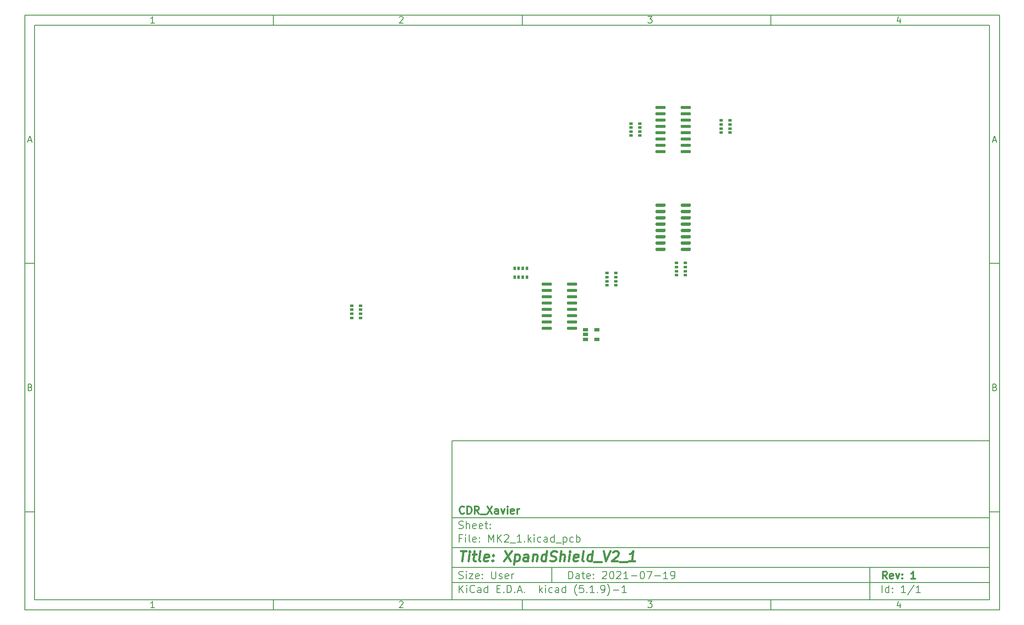
<source format=gbr>
%TF.GenerationSoftware,KiCad,Pcbnew,(5.1.9)-1*%
%TF.CreationDate,2021-08-02T11:53:33-04:00*%
%TF.ProjectId,MK2_1,4d4b325f-312e-46b6-9963-61645f706362,1*%
%TF.SameCoordinates,Original*%
%TF.FileFunction,Soldermask,Top*%
%TF.FilePolarity,Negative*%
%FSLAX45Y45*%
G04 Gerber Fmt 4.5, Leading zero omitted, Abs format (unit mm)*
G04 Created by KiCad (PCBNEW (5.1.9)-1) date 2021-08-02 11:53:33*
%MOMM*%
%LPD*%
G01*
G04 APERTURE LIST*
%ADD10C,0.127000*%
%ADD11C,0.150000*%
%ADD12C,0.300000*%
%ADD13C,0.400000*%
%ADD14R,1.016000X0.635000*%
%ADD15R,0.762000X0.508000*%
%ADD16R,0.508000X0.762000*%
G04 APERTURE END LIST*
D10*
D11*
X9590000Y-9570000D02*
X9590000Y-12770000D01*
X20390000Y-12770000D01*
X20390000Y-9570000D01*
X9590000Y-9570000D01*
D10*
D11*
X1000000Y-1000000D02*
X1000000Y-12970000D01*
X20590000Y-12970000D01*
X20590000Y-1000000D01*
X1000000Y-1000000D01*
D10*
D11*
X1200000Y-1200000D02*
X1200000Y-12770000D01*
X20390000Y-12770000D01*
X20390000Y-1200000D01*
X1200000Y-1200000D01*
D10*
D11*
X6000000Y-1200000D02*
X6000000Y-1000000D01*
D10*
D11*
X11000000Y-1200000D02*
X11000000Y-1000000D01*
D10*
D11*
X16000000Y-1200000D02*
X16000000Y-1000000D01*
D10*
D11*
X3606548Y-1158810D02*
X3532262Y-1158810D01*
X3569405Y-1158810D02*
X3569405Y-1028809D01*
X3557024Y-1047381D01*
X3544643Y-1059762D01*
X3532262Y-1065952D01*
D10*
D11*
X8532262Y-1041190D02*
X8538452Y-1035000D01*
X8550833Y-1028809D01*
X8581786Y-1028809D01*
X8594167Y-1035000D01*
X8600357Y-1041190D01*
X8606548Y-1053571D01*
X8606548Y-1065952D01*
X8600357Y-1084524D01*
X8526071Y-1158810D01*
X8606548Y-1158810D01*
D10*
D11*
X13526071Y-1028809D02*
X13606548Y-1028809D01*
X13563214Y-1078333D01*
X13581786Y-1078333D01*
X13594167Y-1084524D01*
X13600357Y-1090714D01*
X13606548Y-1103095D01*
X13606548Y-1134048D01*
X13600357Y-1146429D01*
X13594167Y-1152619D01*
X13581786Y-1158810D01*
X13544643Y-1158810D01*
X13532262Y-1152619D01*
X13526071Y-1146429D01*
D10*
D11*
X18594167Y-1072143D02*
X18594167Y-1158810D01*
X18563214Y-1022619D02*
X18532262Y-1115476D01*
X18612738Y-1115476D01*
D10*
D11*
X6000000Y-12770000D02*
X6000000Y-12970000D01*
D10*
D11*
X11000000Y-12770000D02*
X11000000Y-12970000D01*
D10*
D11*
X16000000Y-12770000D02*
X16000000Y-12970000D01*
D10*
D11*
X3606548Y-12928809D02*
X3532262Y-12928809D01*
X3569405Y-12928809D02*
X3569405Y-12798809D01*
X3557024Y-12817381D01*
X3544643Y-12829762D01*
X3532262Y-12835952D01*
D10*
D11*
X8532262Y-12811190D02*
X8538452Y-12805000D01*
X8550833Y-12798809D01*
X8581786Y-12798809D01*
X8594167Y-12805000D01*
X8600357Y-12811190D01*
X8606548Y-12823571D01*
X8606548Y-12835952D01*
X8600357Y-12854524D01*
X8526071Y-12928809D01*
X8606548Y-12928809D01*
D10*
D11*
X13526071Y-12798809D02*
X13606548Y-12798809D01*
X13563214Y-12848333D01*
X13581786Y-12848333D01*
X13594167Y-12854524D01*
X13600357Y-12860714D01*
X13606548Y-12873095D01*
X13606548Y-12904048D01*
X13600357Y-12916428D01*
X13594167Y-12922619D01*
X13581786Y-12928809D01*
X13544643Y-12928809D01*
X13532262Y-12922619D01*
X13526071Y-12916428D01*
D10*
D11*
X18594167Y-12842143D02*
X18594167Y-12928809D01*
X18563214Y-12792619D02*
X18532262Y-12885476D01*
X18612738Y-12885476D01*
D10*
D11*
X1000000Y-6000000D02*
X1200000Y-6000000D01*
D10*
D11*
X1000000Y-11000000D02*
X1200000Y-11000000D01*
D10*
D11*
X1069048Y-3521667D02*
X1130952Y-3521667D01*
X1056667Y-3558809D02*
X1100000Y-3428809D01*
X1143333Y-3558809D01*
D10*
D11*
X1109286Y-8490714D02*
X1127857Y-8496905D01*
X1134048Y-8503095D01*
X1140238Y-8515476D01*
X1140238Y-8534048D01*
X1134048Y-8546429D01*
X1127857Y-8552619D01*
X1115476Y-8558810D01*
X1065952Y-8558810D01*
X1065952Y-8428810D01*
X1109286Y-8428810D01*
X1121667Y-8435000D01*
X1127857Y-8441190D01*
X1134048Y-8453571D01*
X1134048Y-8465952D01*
X1127857Y-8478333D01*
X1121667Y-8484524D01*
X1109286Y-8490714D01*
X1065952Y-8490714D01*
D10*
D11*
X20590000Y-6000000D02*
X20390000Y-6000000D01*
D10*
D11*
X20590000Y-11000000D02*
X20390000Y-11000000D01*
D10*
D11*
X20459048Y-3521667D02*
X20520952Y-3521667D01*
X20446667Y-3558809D02*
X20490000Y-3428809D01*
X20533333Y-3558809D01*
D10*
D11*
X20499286Y-8490714D02*
X20517857Y-8496905D01*
X20524048Y-8503095D01*
X20530238Y-8515476D01*
X20530238Y-8534048D01*
X20524048Y-8546429D01*
X20517857Y-8552619D01*
X20505476Y-8558810D01*
X20455952Y-8558810D01*
X20455952Y-8428810D01*
X20499286Y-8428810D01*
X20511667Y-8435000D01*
X20517857Y-8441190D01*
X20524048Y-8453571D01*
X20524048Y-8465952D01*
X20517857Y-8478333D01*
X20511667Y-8484524D01*
X20499286Y-8490714D01*
X20455952Y-8490714D01*
D10*
D11*
X11933214Y-12347857D02*
X11933214Y-12197857D01*
X11968928Y-12197857D01*
X11990357Y-12205000D01*
X12004643Y-12219286D01*
X12011786Y-12233571D01*
X12018928Y-12262143D01*
X12018928Y-12283571D01*
X12011786Y-12312143D01*
X12004643Y-12326428D01*
X11990357Y-12340714D01*
X11968928Y-12347857D01*
X11933214Y-12347857D01*
X12147500Y-12347857D02*
X12147500Y-12269286D01*
X12140357Y-12255000D01*
X12126071Y-12247857D01*
X12097500Y-12247857D01*
X12083214Y-12255000D01*
X12147500Y-12340714D02*
X12133214Y-12347857D01*
X12097500Y-12347857D01*
X12083214Y-12340714D01*
X12076071Y-12326428D01*
X12076071Y-12312143D01*
X12083214Y-12297857D01*
X12097500Y-12290714D01*
X12133214Y-12290714D01*
X12147500Y-12283571D01*
X12197500Y-12247857D02*
X12254643Y-12247857D01*
X12218928Y-12197857D02*
X12218928Y-12326428D01*
X12226071Y-12340714D01*
X12240357Y-12347857D01*
X12254643Y-12347857D01*
X12361786Y-12340714D02*
X12347500Y-12347857D01*
X12318928Y-12347857D01*
X12304643Y-12340714D01*
X12297500Y-12326428D01*
X12297500Y-12269286D01*
X12304643Y-12255000D01*
X12318928Y-12247857D01*
X12347500Y-12247857D01*
X12361786Y-12255000D01*
X12368928Y-12269286D01*
X12368928Y-12283571D01*
X12297500Y-12297857D01*
X12433214Y-12333571D02*
X12440357Y-12340714D01*
X12433214Y-12347857D01*
X12426071Y-12340714D01*
X12433214Y-12333571D01*
X12433214Y-12347857D01*
X12433214Y-12255000D02*
X12440357Y-12262143D01*
X12433214Y-12269286D01*
X12426071Y-12262143D01*
X12433214Y-12255000D01*
X12433214Y-12269286D01*
X12611786Y-12212143D02*
X12618928Y-12205000D01*
X12633214Y-12197857D01*
X12668928Y-12197857D01*
X12683214Y-12205000D01*
X12690357Y-12212143D01*
X12697500Y-12226428D01*
X12697500Y-12240714D01*
X12690357Y-12262143D01*
X12604643Y-12347857D01*
X12697500Y-12347857D01*
X12790357Y-12197857D02*
X12804643Y-12197857D01*
X12818928Y-12205000D01*
X12826071Y-12212143D01*
X12833214Y-12226428D01*
X12840357Y-12255000D01*
X12840357Y-12290714D01*
X12833214Y-12319286D01*
X12826071Y-12333571D01*
X12818928Y-12340714D01*
X12804643Y-12347857D01*
X12790357Y-12347857D01*
X12776071Y-12340714D01*
X12768928Y-12333571D01*
X12761786Y-12319286D01*
X12754643Y-12290714D01*
X12754643Y-12255000D01*
X12761786Y-12226428D01*
X12768928Y-12212143D01*
X12776071Y-12205000D01*
X12790357Y-12197857D01*
X12897500Y-12212143D02*
X12904643Y-12205000D01*
X12918928Y-12197857D01*
X12954643Y-12197857D01*
X12968928Y-12205000D01*
X12976071Y-12212143D01*
X12983214Y-12226428D01*
X12983214Y-12240714D01*
X12976071Y-12262143D01*
X12890357Y-12347857D01*
X12983214Y-12347857D01*
X13126071Y-12347857D02*
X13040357Y-12347857D01*
X13083214Y-12347857D02*
X13083214Y-12197857D01*
X13068928Y-12219286D01*
X13054643Y-12233571D01*
X13040357Y-12240714D01*
X13190357Y-12290714D02*
X13304643Y-12290714D01*
X13404643Y-12197857D02*
X13418928Y-12197857D01*
X13433214Y-12205000D01*
X13440357Y-12212143D01*
X13447500Y-12226428D01*
X13454643Y-12255000D01*
X13454643Y-12290714D01*
X13447500Y-12319286D01*
X13440357Y-12333571D01*
X13433214Y-12340714D01*
X13418928Y-12347857D01*
X13404643Y-12347857D01*
X13390357Y-12340714D01*
X13383214Y-12333571D01*
X13376071Y-12319286D01*
X13368928Y-12290714D01*
X13368928Y-12255000D01*
X13376071Y-12226428D01*
X13383214Y-12212143D01*
X13390357Y-12205000D01*
X13404643Y-12197857D01*
X13504643Y-12197857D02*
X13604643Y-12197857D01*
X13540357Y-12347857D01*
X13661786Y-12290714D02*
X13776071Y-12290714D01*
X13926071Y-12347857D02*
X13840357Y-12347857D01*
X13883214Y-12347857D02*
X13883214Y-12197857D01*
X13868928Y-12219286D01*
X13854643Y-12233571D01*
X13840357Y-12240714D01*
X13997500Y-12347857D02*
X14026071Y-12347857D01*
X14040357Y-12340714D01*
X14047500Y-12333571D01*
X14061786Y-12312143D01*
X14068928Y-12283571D01*
X14068928Y-12226428D01*
X14061786Y-12212143D01*
X14054643Y-12205000D01*
X14040357Y-12197857D01*
X14011786Y-12197857D01*
X13997500Y-12205000D01*
X13990357Y-12212143D01*
X13983214Y-12226428D01*
X13983214Y-12262143D01*
X13990357Y-12276428D01*
X13997500Y-12283571D01*
X14011786Y-12290714D01*
X14040357Y-12290714D01*
X14054643Y-12283571D01*
X14061786Y-12276428D01*
X14068928Y-12262143D01*
D10*
D11*
X9590000Y-12420000D02*
X20390000Y-12420000D01*
D10*
D11*
X9733214Y-12627857D02*
X9733214Y-12477857D01*
X9818929Y-12627857D02*
X9754643Y-12542143D01*
X9818929Y-12477857D02*
X9733214Y-12563571D01*
X9883214Y-12627857D02*
X9883214Y-12527857D01*
X9883214Y-12477857D02*
X9876071Y-12485000D01*
X9883214Y-12492143D01*
X9890357Y-12485000D01*
X9883214Y-12477857D01*
X9883214Y-12492143D01*
X10040357Y-12613571D02*
X10033214Y-12620714D01*
X10011786Y-12627857D01*
X9997500Y-12627857D01*
X9976071Y-12620714D01*
X9961786Y-12606428D01*
X9954643Y-12592143D01*
X9947500Y-12563571D01*
X9947500Y-12542143D01*
X9954643Y-12513571D01*
X9961786Y-12499286D01*
X9976071Y-12485000D01*
X9997500Y-12477857D01*
X10011786Y-12477857D01*
X10033214Y-12485000D01*
X10040357Y-12492143D01*
X10168929Y-12627857D02*
X10168929Y-12549286D01*
X10161786Y-12535000D01*
X10147500Y-12527857D01*
X10118929Y-12527857D01*
X10104643Y-12535000D01*
X10168929Y-12620714D02*
X10154643Y-12627857D01*
X10118929Y-12627857D01*
X10104643Y-12620714D01*
X10097500Y-12606428D01*
X10097500Y-12592143D01*
X10104643Y-12577857D01*
X10118929Y-12570714D01*
X10154643Y-12570714D01*
X10168929Y-12563571D01*
X10304643Y-12627857D02*
X10304643Y-12477857D01*
X10304643Y-12620714D02*
X10290357Y-12627857D01*
X10261786Y-12627857D01*
X10247500Y-12620714D01*
X10240357Y-12613571D01*
X10233214Y-12599286D01*
X10233214Y-12556428D01*
X10240357Y-12542143D01*
X10247500Y-12535000D01*
X10261786Y-12527857D01*
X10290357Y-12527857D01*
X10304643Y-12535000D01*
X10490357Y-12549286D02*
X10540357Y-12549286D01*
X10561786Y-12627857D02*
X10490357Y-12627857D01*
X10490357Y-12477857D01*
X10561786Y-12477857D01*
X10626071Y-12613571D02*
X10633214Y-12620714D01*
X10626071Y-12627857D01*
X10618929Y-12620714D01*
X10626071Y-12613571D01*
X10626071Y-12627857D01*
X10697500Y-12627857D02*
X10697500Y-12477857D01*
X10733214Y-12477857D01*
X10754643Y-12485000D01*
X10768929Y-12499286D01*
X10776071Y-12513571D01*
X10783214Y-12542143D01*
X10783214Y-12563571D01*
X10776071Y-12592143D01*
X10768929Y-12606428D01*
X10754643Y-12620714D01*
X10733214Y-12627857D01*
X10697500Y-12627857D01*
X10847500Y-12613571D02*
X10854643Y-12620714D01*
X10847500Y-12627857D01*
X10840357Y-12620714D01*
X10847500Y-12613571D01*
X10847500Y-12627857D01*
X10911786Y-12585000D02*
X10983214Y-12585000D01*
X10897500Y-12627857D02*
X10947500Y-12477857D01*
X10997500Y-12627857D01*
X11047500Y-12613571D02*
X11054643Y-12620714D01*
X11047500Y-12627857D01*
X11040357Y-12620714D01*
X11047500Y-12613571D01*
X11047500Y-12627857D01*
X11347500Y-12627857D02*
X11347500Y-12477857D01*
X11361786Y-12570714D02*
X11404643Y-12627857D01*
X11404643Y-12527857D02*
X11347500Y-12585000D01*
X11468928Y-12627857D02*
X11468928Y-12527857D01*
X11468928Y-12477857D02*
X11461786Y-12485000D01*
X11468928Y-12492143D01*
X11476071Y-12485000D01*
X11468928Y-12477857D01*
X11468928Y-12492143D01*
X11604643Y-12620714D02*
X11590357Y-12627857D01*
X11561786Y-12627857D01*
X11547500Y-12620714D01*
X11540357Y-12613571D01*
X11533214Y-12599286D01*
X11533214Y-12556428D01*
X11540357Y-12542143D01*
X11547500Y-12535000D01*
X11561786Y-12527857D01*
X11590357Y-12527857D01*
X11604643Y-12535000D01*
X11733214Y-12627857D02*
X11733214Y-12549286D01*
X11726071Y-12535000D01*
X11711786Y-12527857D01*
X11683214Y-12527857D01*
X11668928Y-12535000D01*
X11733214Y-12620714D02*
X11718928Y-12627857D01*
X11683214Y-12627857D01*
X11668928Y-12620714D01*
X11661786Y-12606428D01*
X11661786Y-12592143D01*
X11668928Y-12577857D01*
X11683214Y-12570714D01*
X11718928Y-12570714D01*
X11733214Y-12563571D01*
X11868928Y-12627857D02*
X11868928Y-12477857D01*
X11868928Y-12620714D02*
X11854643Y-12627857D01*
X11826071Y-12627857D01*
X11811786Y-12620714D01*
X11804643Y-12613571D01*
X11797500Y-12599286D01*
X11797500Y-12556428D01*
X11804643Y-12542143D01*
X11811786Y-12535000D01*
X11826071Y-12527857D01*
X11854643Y-12527857D01*
X11868928Y-12535000D01*
X12097500Y-12685000D02*
X12090357Y-12677857D01*
X12076071Y-12656428D01*
X12068928Y-12642143D01*
X12061786Y-12620714D01*
X12054643Y-12585000D01*
X12054643Y-12556428D01*
X12061786Y-12520714D01*
X12068928Y-12499286D01*
X12076071Y-12485000D01*
X12090357Y-12463571D01*
X12097500Y-12456428D01*
X12226071Y-12477857D02*
X12154643Y-12477857D01*
X12147500Y-12549286D01*
X12154643Y-12542143D01*
X12168928Y-12535000D01*
X12204643Y-12535000D01*
X12218928Y-12542143D01*
X12226071Y-12549286D01*
X12233214Y-12563571D01*
X12233214Y-12599286D01*
X12226071Y-12613571D01*
X12218928Y-12620714D01*
X12204643Y-12627857D01*
X12168928Y-12627857D01*
X12154643Y-12620714D01*
X12147500Y-12613571D01*
X12297500Y-12613571D02*
X12304643Y-12620714D01*
X12297500Y-12627857D01*
X12290357Y-12620714D01*
X12297500Y-12613571D01*
X12297500Y-12627857D01*
X12447500Y-12627857D02*
X12361786Y-12627857D01*
X12404643Y-12627857D02*
X12404643Y-12477857D01*
X12390357Y-12499286D01*
X12376071Y-12513571D01*
X12361786Y-12520714D01*
X12511786Y-12613571D02*
X12518928Y-12620714D01*
X12511786Y-12627857D01*
X12504643Y-12620714D01*
X12511786Y-12613571D01*
X12511786Y-12627857D01*
X12590357Y-12627857D02*
X12618928Y-12627857D01*
X12633214Y-12620714D01*
X12640357Y-12613571D01*
X12654643Y-12592143D01*
X12661786Y-12563571D01*
X12661786Y-12506428D01*
X12654643Y-12492143D01*
X12647500Y-12485000D01*
X12633214Y-12477857D01*
X12604643Y-12477857D01*
X12590357Y-12485000D01*
X12583214Y-12492143D01*
X12576071Y-12506428D01*
X12576071Y-12542143D01*
X12583214Y-12556428D01*
X12590357Y-12563571D01*
X12604643Y-12570714D01*
X12633214Y-12570714D01*
X12647500Y-12563571D01*
X12654643Y-12556428D01*
X12661786Y-12542143D01*
X12711786Y-12685000D02*
X12718928Y-12677857D01*
X12733214Y-12656428D01*
X12740357Y-12642143D01*
X12747500Y-12620714D01*
X12754643Y-12585000D01*
X12754643Y-12556428D01*
X12747500Y-12520714D01*
X12740357Y-12499286D01*
X12733214Y-12485000D01*
X12718928Y-12463571D01*
X12711786Y-12456428D01*
X12826071Y-12570714D02*
X12940357Y-12570714D01*
X13090357Y-12627857D02*
X13004643Y-12627857D01*
X13047500Y-12627857D02*
X13047500Y-12477857D01*
X13033214Y-12499286D01*
X13018928Y-12513571D01*
X13004643Y-12520714D01*
D10*
D11*
X9590000Y-12120000D02*
X20390000Y-12120000D01*
D10*
D12*
X18330929Y-12347857D02*
X18280929Y-12276428D01*
X18245214Y-12347857D02*
X18245214Y-12197857D01*
X18302357Y-12197857D01*
X18316643Y-12205000D01*
X18323786Y-12212143D01*
X18330929Y-12226428D01*
X18330929Y-12247857D01*
X18323786Y-12262143D01*
X18316643Y-12269286D01*
X18302357Y-12276428D01*
X18245214Y-12276428D01*
X18452357Y-12340714D02*
X18438071Y-12347857D01*
X18409500Y-12347857D01*
X18395214Y-12340714D01*
X18388071Y-12326428D01*
X18388071Y-12269286D01*
X18395214Y-12255000D01*
X18409500Y-12247857D01*
X18438071Y-12247857D01*
X18452357Y-12255000D01*
X18459500Y-12269286D01*
X18459500Y-12283571D01*
X18388071Y-12297857D01*
X18509500Y-12247857D02*
X18545214Y-12347857D01*
X18580929Y-12247857D01*
X18638071Y-12333571D02*
X18645214Y-12340714D01*
X18638071Y-12347857D01*
X18630929Y-12340714D01*
X18638071Y-12333571D01*
X18638071Y-12347857D01*
X18638071Y-12255000D02*
X18645214Y-12262143D01*
X18638071Y-12269286D01*
X18630929Y-12262143D01*
X18638071Y-12255000D01*
X18638071Y-12269286D01*
X18902357Y-12347857D02*
X18816643Y-12347857D01*
X18859500Y-12347857D02*
X18859500Y-12197857D01*
X18845214Y-12219286D01*
X18830929Y-12233571D01*
X18816643Y-12240714D01*
D10*
D11*
X9726071Y-12340714D02*
X9747500Y-12347857D01*
X9783214Y-12347857D01*
X9797500Y-12340714D01*
X9804643Y-12333571D01*
X9811786Y-12319286D01*
X9811786Y-12305000D01*
X9804643Y-12290714D01*
X9797500Y-12283571D01*
X9783214Y-12276428D01*
X9754643Y-12269286D01*
X9740357Y-12262143D01*
X9733214Y-12255000D01*
X9726071Y-12240714D01*
X9726071Y-12226428D01*
X9733214Y-12212143D01*
X9740357Y-12205000D01*
X9754643Y-12197857D01*
X9790357Y-12197857D01*
X9811786Y-12205000D01*
X9876071Y-12347857D02*
X9876071Y-12247857D01*
X9876071Y-12197857D02*
X9868929Y-12205000D01*
X9876071Y-12212143D01*
X9883214Y-12205000D01*
X9876071Y-12197857D01*
X9876071Y-12212143D01*
X9933214Y-12247857D02*
X10011786Y-12247857D01*
X9933214Y-12347857D01*
X10011786Y-12347857D01*
X10126071Y-12340714D02*
X10111786Y-12347857D01*
X10083214Y-12347857D01*
X10068929Y-12340714D01*
X10061786Y-12326428D01*
X10061786Y-12269286D01*
X10068929Y-12255000D01*
X10083214Y-12247857D01*
X10111786Y-12247857D01*
X10126071Y-12255000D01*
X10133214Y-12269286D01*
X10133214Y-12283571D01*
X10061786Y-12297857D01*
X10197500Y-12333571D02*
X10204643Y-12340714D01*
X10197500Y-12347857D01*
X10190357Y-12340714D01*
X10197500Y-12333571D01*
X10197500Y-12347857D01*
X10197500Y-12255000D02*
X10204643Y-12262143D01*
X10197500Y-12269286D01*
X10190357Y-12262143D01*
X10197500Y-12255000D01*
X10197500Y-12269286D01*
X10383214Y-12197857D02*
X10383214Y-12319286D01*
X10390357Y-12333571D01*
X10397500Y-12340714D01*
X10411786Y-12347857D01*
X10440357Y-12347857D01*
X10454643Y-12340714D01*
X10461786Y-12333571D01*
X10468929Y-12319286D01*
X10468929Y-12197857D01*
X10533214Y-12340714D02*
X10547500Y-12347857D01*
X10576071Y-12347857D01*
X10590357Y-12340714D01*
X10597500Y-12326428D01*
X10597500Y-12319286D01*
X10590357Y-12305000D01*
X10576071Y-12297857D01*
X10554643Y-12297857D01*
X10540357Y-12290714D01*
X10533214Y-12276428D01*
X10533214Y-12269286D01*
X10540357Y-12255000D01*
X10554643Y-12247857D01*
X10576071Y-12247857D01*
X10590357Y-12255000D01*
X10718929Y-12340714D02*
X10704643Y-12347857D01*
X10676071Y-12347857D01*
X10661786Y-12340714D01*
X10654643Y-12326428D01*
X10654643Y-12269286D01*
X10661786Y-12255000D01*
X10676071Y-12247857D01*
X10704643Y-12247857D01*
X10718929Y-12255000D01*
X10726071Y-12269286D01*
X10726071Y-12283571D01*
X10654643Y-12297857D01*
X10790357Y-12347857D02*
X10790357Y-12247857D01*
X10790357Y-12276428D02*
X10797500Y-12262143D01*
X10804643Y-12255000D01*
X10818929Y-12247857D01*
X10833214Y-12247857D01*
D10*
D11*
X18233214Y-12627857D02*
X18233214Y-12477857D01*
X18368929Y-12627857D02*
X18368929Y-12477857D01*
X18368929Y-12620714D02*
X18354643Y-12627857D01*
X18326071Y-12627857D01*
X18311786Y-12620714D01*
X18304643Y-12613571D01*
X18297500Y-12599286D01*
X18297500Y-12556428D01*
X18304643Y-12542143D01*
X18311786Y-12535000D01*
X18326071Y-12527857D01*
X18354643Y-12527857D01*
X18368929Y-12535000D01*
X18440357Y-12613571D02*
X18447500Y-12620714D01*
X18440357Y-12627857D01*
X18433214Y-12620714D01*
X18440357Y-12613571D01*
X18440357Y-12627857D01*
X18440357Y-12535000D02*
X18447500Y-12542143D01*
X18440357Y-12549286D01*
X18433214Y-12542143D01*
X18440357Y-12535000D01*
X18440357Y-12549286D01*
X18704643Y-12627857D02*
X18618929Y-12627857D01*
X18661786Y-12627857D02*
X18661786Y-12477857D01*
X18647500Y-12499286D01*
X18633214Y-12513571D01*
X18618929Y-12520714D01*
X18876071Y-12470714D02*
X18747500Y-12663571D01*
X19004643Y-12627857D02*
X18918929Y-12627857D01*
X18961786Y-12627857D02*
X18961786Y-12477857D01*
X18947500Y-12499286D01*
X18933214Y-12513571D01*
X18918929Y-12520714D01*
D10*
D11*
X9590000Y-11720000D02*
X20390000Y-11720000D01*
D10*
D13*
X9761238Y-11790476D02*
X9875524Y-11790476D01*
X9793381Y-11990476D02*
X9818381Y-11790476D01*
X9917190Y-11990476D02*
X9933857Y-11857143D01*
X9942190Y-11790476D02*
X9931476Y-11800000D01*
X9939810Y-11809524D01*
X9950524Y-11800000D01*
X9942190Y-11790476D01*
X9939810Y-11809524D01*
X10000524Y-11857143D02*
X10076714Y-11857143D01*
X10037429Y-11790476D02*
X10016000Y-11961905D01*
X10023143Y-11980952D01*
X10041000Y-11990476D01*
X10060048Y-11990476D01*
X10155286Y-11990476D02*
X10137429Y-11980952D01*
X10130286Y-11961905D01*
X10151714Y-11790476D01*
X10308857Y-11980952D02*
X10288619Y-11990476D01*
X10250524Y-11990476D01*
X10232667Y-11980952D01*
X10225524Y-11961905D01*
X10235048Y-11885714D01*
X10246952Y-11866667D01*
X10267190Y-11857143D01*
X10305286Y-11857143D01*
X10323143Y-11866667D01*
X10330286Y-11885714D01*
X10327905Y-11904762D01*
X10230286Y-11923809D01*
X10405286Y-11971428D02*
X10413619Y-11980952D01*
X10402905Y-11990476D01*
X10394571Y-11980952D01*
X10405286Y-11971428D01*
X10402905Y-11990476D01*
X10418381Y-11866667D02*
X10426714Y-11876190D01*
X10416000Y-11885714D01*
X10407667Y-11876190D01*
X10418381Y-11866667D01*
X10416000Y-11885714D01*
X10656476Y-11790476D02*
X10764810Y-11990476D01*
X10789810Y-11790476D02*
X10631476Y-11990476D01*
X10857667Y-11857143D02*
X10832667Y-12057143D01*
X10856476Y-11866667D02*
X10876714Y-11857143D01*
X10914810Y-11857143D01*
X10932667Y-11866667D01*
X10941000Y-11876190D01*
X10948143Y-11895238D01*
X10941000Y-11952381D01*
X10929095Y-11971428D01*
X10918381Y-11980952D01*
X10898143Y-11990476D01*
X10860048Y-11990476D01*
X10842190Y-11980952D01*
X11107667Y-11990476D02*
X11120762Y-11885714D01*
X11113619Y-11866667D01*
X11095762Y-11857143D01*
X11057667Y-11857143D01*
X11037429Y-11866667D01*
X11108857Y-11980952D02*
X11088619Y-11990476D01*
X11041000Y-11990476D01*
X11023143Y-11980952D01*
X11016000Y-11961905D01*
X11018381Y-11942857D01*
X11030286Y-11923809D01*
X11050524Y-11914286D01*
X11098143Y-11914286D01*
X11118381Y-11904762D01*
X11219571Y-11857143D02*
X11202905Y-11990476D01*
X11217190Y-11876190D02*
X11227905Y-11866667D01*
X11248143Y-11857143D01*
X11276714Y-11857143D01*
X11294571Y-11866667D01*
X11301714Y-11885714D01*
X11288619Y-11990476D01*
X11469571Y-11990476D02*
X11494571Y-11790476D01*
X11470762Y-11980952D02*
X11450524Y-11990476D01*
X11412428Y-11990476D01*
X11394571Y-11980952D01*
X11386238Y-11971428D01*
X11379095Y-11952381D01*
X11386238Y-11895238D01*
X11398143Y-11876190D01*
X11408857Y-11866667D01*
X11429095Y-11857143D01*
X11467190Y-11857143D01*
X11485048Y-11866667D01*
X11556476Y-11980952D02*
X11583857Y-11990476D01*
X11631476Y-11990476D01*
X11651714Y-11980952D01*
X11662428Y-11971428D01*
X11674333Y-11952381D01*
X11676714Y-11933333D01*
X11669571Y-11914286D01*
X11661238Y-11904762D01*
X11643381Y-11895238D01*
X11606476Y-11885714D01*
X11588619Y-11876190D01*
X11580286Y-11866667D01*
X11573143Y-11847619D01*
X11575524Y-11828571D01*
X11587428Y-11809524D01*
X11598143Y-11800000D01*
X11618381Y-11790476D01*
X11666000Y-11790476D01*
X11693381Y-11800000D01*
X11755286Y-11990476D02*
X11780286Y-11790476D01*
X11841000Y-11990476D02*
X11854095Y-11885714D01*
X11846952Y-11866667D01*
X11829095Y-11857143D01*
X11800524Y-11857143D01*
X11780286Y-11866667D01*
X11769571Y-11876190D01*
X11936238Y-11990476D02*
X11952905Y-11857143D01*
X11961238Y-11790476D02*
X11950524Y-11800000D01*
X11958857Y-11809524D01*
X11969571Y-11800000D01*
X11961238Y-11790476D01*
X11958857Y-11809524D01*
X12108857Y-11980952D02*
X12088619Y-11990476D01*
X12050524Y-11990476D01*
X12032667Y-11980952D01*
X12025524Y-11961905D01*
X12035048Y-11885714D01*
X12046952Y-11866667D01*
X12067190Y-11857143D01*
X12105286Y-11857143D01*
X12123143Y-11866667D01*
X12130286Y-11885714D01*
X12127905Y-11904762D01*
X12030286Y-11923809D01*
X12231476Y-11990476D02*
X12213619Y-11980952D01*
X12206476Y-11961905D01*
X12227905Y-11790476D01*
X12393381Y-11990476D02*
X12418381Y-11790476D01*
X12394571Y-11980952D02*
X12374333Y-11990476D01*
X12336238Y-11990476D01*
X12318381Y-11980952D01*
X12310048Y-11971428D01*
X12302905Y-11952381D01*
X12310048Y-11895238D01*
X12321952Y-11876190D01*
X12332667Y-11866667D01*
X12352905Y-11857143D01*
X12391000Y-11857143D01*
X12408857Y-11866667D01*
X12438619Y-12009524D02*
X12591000Y-12009524D01*
X12637428Y-11790476D02*
X12679095Y-11990476D01*
X12770762Y-11790476D01*
X12825524Y-11809524D02*
X12836238Y-11800000D01*
X12856476Y-11790476D01*
X12904095Y-11790476D01*
X12921952Y-11800000D01*
X12930286Y-11809524D01*
X12937428Y-11828571D01*
X12935048Y-11847619D01*
X12921952Y-11876190D01*
X12793381Y-11990476D01*
X12917190Y-11990476D01*
X12952905Y-12009524D02*
X13105286Y-12009524D01*
X13260048Y-11990476D02*
X13145762Y-11990476D01*
X13202905Y-11990476D02*
X13227905Y-11790476D01*
X13205286Y-11819048D01*
X13183857Y-11838095D01*
X13163619Y-11847619D01*
D10*
D11*
X9783214Y-11529286D02*
X9733214Y-11529286D01*
X9733214Y-11607857D02*
X9733214Y-11457857D01*
X9804643Y-11457857D01*
X9861786Y-11607857D02*
X9861786Y-11507857D01*
X9861786Y-11457857D02*
X9854643Y-11465000D01*
X9861786Y-11472143D01*
X9868929Y-11465000D01*
X9861786Y-11457857D01*
X9861786Y-11472143D01*
X9954643Y-11607857D02*
X9940357Y-11600714D01*
X9933214Y-11586428D01*
X9933214Y-11457857D01*
X10068929Y-11600714D02*
X10054643Y-11607857D01*
X10026071Y-11607857D01*
X10011786Y-11600714D01*
X10004643Y-11586428D01*
X10004643Y-11529286D01*
X10011786Y-11515000D01*
X10026071Y-11507857D01*
X10054643Y-11507857D01*
X10068929Y-11515000D01*
X10076071Y-11529286D01*
X10076071Y-11543571D01*
X10004643Y-11557857D01*
X10140357Y-11593571D02*
X10147500Y-11600714D01*
X10140357Y-11607857D01*
X10133214Y-11600714D01*
X10140357Y-11593571D01*
X10140357Y-11607857D01*
X10140357Y-11515000D02*
X10147500Y-11522143D01*
X10140357Y-11529286D01*
X10133214Y-11522143D01*
X10140357Y-11515000D01*
X10140357Y-11529286D01*
X10326071Y-11607857D02*
X10326071Y-11457857D01*
X10376071Y-11565000D01*
X10426071Y-11457857D01*
X10426071Y-11607857D01*
X10497500Y-11607857D02*
X10497500Y-11457857D01*
X10583214Y-11607857D02*
X10518929Y-11522143D01*
X10583214Y-11457857D02*
X10497500Y-11543571D01*
X10640357Y-11472143D02*
X10647500Y-11465000D01*
X10661786Y-11457857D01*
X10697500Y-11457857D01*
X10711786Y-11465000D01*
X10718929Y-11472143D01*
X10726071Y-11486428D01*
X10726071Y-11500714D01*
X10718929Y-11522143D01*
X10633214Y-11607857D01*
X10726071Y-11607857D01*
X10754643Y-11622143D02*
X10868929Y-11622143D01*
X10983214Y-11607857D02*
X10897500Y-11607857D01*
X10940357Y-11607857D02*
X10940357Y-11457857D01*
X10926071Y-11479286D01*
X10911786Y-11493571D01*
X10897500Y-11500714D01*
X11047500Y-11593571D02*
X11054643Y-11600714D01*
X11047500Y-11607857D01*
X11040357Y-11600714D01*
X11047500Y-11593571D01*
X11047500Y-11607857D01*
X11118929Y-11607857D02*
X11118929Y-11457857D01*
X11133214Y-11550714D02*
X11176071Y-11607857D01*
X11176071Y-11507857D02*
X11118929Y-11565000D01*
X11240357Y-11607857D02*
X11240357Y-11507857D01*
X11240357Y-11457857D02*
X11233214Y-11465000D01*
X11240357Y-11472143D01*
X11247500Y-11465000D01*
X11240357Y-11457857D01*
X11240357Y-11472143D01*
X11376071Y-11600714D02*
X11361786Y-11607857D01*
X11333214Y-11607857D01*
X11318928Y-11600714D01*
X11311786Y-11593571D01*
X11304643Y-11579286D01*
X11304643Y-11536428D01*
X11311786Y-11522143D01*
X11318928Y-11515000D01*
X11333214Y-11507857D01*
X11361786Y-11507857D01*
X11376071Y-11515000D01*
X11504643Y-11607857D02*
X11504643Y-11529286D01*
X11497500Y-11515000D01*
X11483214Y-11507857D01*
X11454643Y-11507857D01*
X11440357Y-11515000D01*
X11504643Y-11600714D02*
X11490357Y-11607857D01*
X11454643Y-11607857D01*
X11440357Y-11600714D01*
X11433214Y-11586428D01*
X11433214Y-11572143D01*
X11440357Y-11557857D01*
X11454643Y-11550714D01*
X11490357Y-11550714D01*
X11504643Y-11543571D01*
X11640357Y-11607857D02*
X11640357Y-11457857D01*
X11640357Y-11600714D02*
X11626071Y-11607857D01*
X11597500Y-11607857D01*
X11583214Y-11600714D01*
X11576071Y-11593571D01*
X11568928Y-11579286D01*
X11568928Y-11536428D01*
X11576071Y-11522143D01*
X11583214Y-11515000D01*
X11597500Y-11507857D01*
X11626071Y-11507857D01*
X11640357Y-11515000D01*
X11676071Y-11622143D02*
X11790357Y-11622143D01*
X11826071Y-11507857D02*
X11826071Y-11657857D01*
X11826071Y-11515000D02*
X11840357Y-11507857D01*
X11868928Y-11507857D01*
X11883214Y-11515000D01*
X11890357Y-11522143D01*
X11897500Y-11536428D01*
X11897500Y-11579286D01*
X11890357Y-11593571D01*
X11883214Y-11600714D01*
X11868928Y-11607857D01*
X11840357Y-11607857D01*
X11826071Y-11600714D01*
X12026071Y-11600714D02*
X12011786Y-11607857D01*
X11983214Y-11607857D01*
X11968928Y-11600714D01*
X11961786Y-11593571D01*
X11954643Y-11579286D01*
X11954643Y-11536428D01*
X11961786Y-11522143D01*
X11968928Y-11515000D01*
X11983214Y-11507857D01*
X12011786Y-11507857D01*
X12026071Y-11515000D01*
X12090357Y-11607857D02*
X12090357Y-11457857D01*
X12090357Y-11515000D02*
X12104643Y-11507857D01*
X12133214Y-11507857D01*
X12147500Y-11515000D01*
X12154643Y-11522143D01*
X12161786Y-11536428D01*
X12161786Y-11579286D01*
X12154643Y-11593571D01*
X12147500Y-11600714D01*
X12133214Y-11607857D01*
X12104643Y-11607857D01*
X12090357Y-11600714D01*
D10*
D11*
X9590000Y-11120000D02*
X20390000Y-11120000D01*
D10*
D11*
X9726071Y-11330714D02*
X9747500Y-11337857D01*
X9783214Y-11337857D01*
X9797500Y-11330714D01*
X9804643Y-11323571D01*
X9811786Y-11309286D01*
X9811786Y-11295000D01*
X9804643Y-11280714D01*
X9797500Y-11273571D01*
X9783214Y-11266428D01*
X9754643Y-11259286D01*
X9740357Y-11252143D01*
X9733214Y-11245000D01*
X9726071Y-11230714D01*
X9726071Y-11216428D01*
X9733214Y-11202143D01*
X9740357Y-11195000D01*
X9754643Y-11187857D01*
X9790357Y-11187857D01*
X9811786Y-11195000D01*
X9876071Y-11337857D02*
X9876071Y-11187857D01*
X9940357Y-11337857D02*
X9940357Y-11259286D01*
X9933214Y-11245000D01*
X9918929Y-11237857D01*
X9897500Y-11237857D01*
X9883214Y-11245000D01*
X9876071Y-11252143D01*
X10068929Y-11330714D02*
X10054643Y-11337857D01*
X10026071Y-11337857D01*
X10011786Y-11330714D01*
X10004643Y-11316428D01*
X10004643Y-11259286D01*
X10011786Y-11245000D01*
X10026071Y-11237857D01*
X10054643Y-11237857D01*
X10068929Y-11245000D01*
X10076071Y-11259286D01*
X10076071Y-11273571D01*
X10004643Y-11287857D01*
X10197500Y-11330714D02*
X10183214Y-11337857D01*
X10154643Y-11337857D01*
X10140357Y-11330714D01*
X10133214Y-11316428D01*
X10133214Y-11259286D01*
X10140357Y-11245000D01*
X10154643Y-11237857D01*
X10183214Y-11237857D01*
X10197500Y-11245000D01*
X10204643Y-11259286D01*
X10204643Y-11273571D01*
X10133214Y-11287857D01*
X10247500Y-11237857D02*
X10304643Y-11237857D01*
X10268929Y-11187857D02*
X10268929Y-11316428D01*
X10276071Y-11330714D01*
X10290357Y-11337857D01*
X10304643Y-11337857D01*
X10354643Y-11323571D02*
X10361786Y-11330714D01*
X10354643Y-11337857D01*
X10347500Y-11330714D01*
X10354643Y-11323571D01*
X10354643Y-11337857D01*
X10354643Y-11245000D02*
X10361786Y-11252143D01*
X10354643Y-11259286D01*
X10347500Y-11252143D01*
X10354643Y-11245000D01*
X10354643Y-11259286D01*
D10*
D12*
X9830929Y-11023571D02*
X9823786Y-11030714D01*
X9802357Y-11037857D01*
X9788071Y-11037857D01*
X9766643Y-11030714D01*
X9752357Y-11016429D01*
X9745214Y-11002143D01*
X9738071Y-10973571D01*
X9738071Y-10952143D01*
X9745214Y-10923571D01*
X9752357Y-10909286D01*
X9766643Y-10895000D01*
X9788071Y-10887857D01*
X9802357Y-10887857D01*
X9823786Y-10895000D01*
X9830929Y-10902143D01*
X9895214Y-11037857D02*
X9895214Y-10887857D01*
X9930929Y-10887857D01*
X9952357Y-10895000D01*
X9966643Y-10909286D01*
X9973786Y-10923571D01*
X9980929Y-10952143D01*
X9980929Y-10973571D01*
X9973786Y-11002143D01*
X9966643Y-11016429D01*
X9952357Y-11030714D01*
X9930929Y-11037857D01*
X9895214Y-11037857D01*
X10130929Y-11037857D02*
X10080929Y-10966429D01*
X10045214Y-11037857D02*
X10045214Y-10887857D01*
X10102357Y-10887857D01*
X10116643Y-10895000D01*
X10123786Y-10902143D01*
X10130929Y-10916429D01*
X10130929Y-10937857D01*
X10123786Y-10952143D01*
X10116643Y-10959286D01*
X10102357Y-10966429D01*
X10045214Y-10966429D01*
X10159500Y-11052143D02*
X10273786Y-11052143D01*
X10295214Y-10887857D02*
X10395214Y-11037857D01*
X10395214Y-10887857D02*
X10295214Y-11037857D01*
X10516643Y-11037857D02*
X10516643Y-10959286D01*
X10509500Y-10945000D01*
X10495214Y-10937857D01*
X10466643Y-10937857D01*
X10452357Y-10945000D01*
X10516643Y-11030714D02*
X10502357Y-11037857D01*
X10466643Y-11037857D01*
X10452357Y-11030714D01*
X10445214Y-11016429D01*
X10445214Y-11002143D01*
X10452357Y-10987857D01*
X10466643Y-10980714D01*
X10502357Y-10980714D01*
X10516643Y-10973571D01*
X10573786Y-10937857D02*
X10609500Y-11037857D01*
X10645214Y-10937857D01*
X10702357Y-11037857D02*
X10702357Y-10937857D01*
X10702357Y-10887857D02*
X10695214Y-10895000D01*
X10702357Y-10902143D01*
X10709500Y-10895000D01*
X10702357Y-10887857D01*
X10702357Y-10902143D01*
X10830929Y-11030714D02*
X10816643Y-11037857D01*
X10788071Y-11037857D01*
X10773786Y-11030714D01*
X10766643Y-11016429D01*
X10766643Y-10959286D01*
X10773786Y-10945000D01*
X10788071Y-10937857D01*
X10816643Y-10937857D01*
X10830929Y-10945000D01*
X10838071Y-10959286D01*
X10838071Y-10973571D01*
X10766643Y-10987857D01*
X10902357Y-11037857D02*
X10902357Y-10937857D01*
X10902357Y-10966429D02*
X10909500Y-10952143D01*
X10916643Y-10945000D01*
X10930929Y-10937857D01*
X10945214Y-10937857D01*
D10*
D11*
X11590000Y-12120000D02*
X11590000Y-12420000D01*
D10*
D11*
X17990000Y-12120000D02*
X17990000Y-12770000D01*
D14*
%TO.C,REF\u002A\u002A*%
X12268200Y-7334250D03*
X12268200Y-7429500D03*
X12268200Y-7524750D03*
X12496800Y-7524750D03*
X12496800Y-7334250D03*
%TD*%
D15*
%TO.C,REF\u002A\u002A*%
X14097000Y-5988050D03*
X14097000Y-6153150D03*
X14097000Y-6070600D03*
X14097000Y-6229350D03*
X14274800Y-6070600D03*
X14274800Y-5988050D03*
X14274800Y-6153150D03*
X14274800Y-6229350D03*
%TD*%
D16*
%TO.C,REF\u002A\u002A*%
X11093450Y-6096000D03*
X10928350Y-6096000D03*
X11010900Y-6096000D03*
X10852150Y-6096000D03*
X11010900Y-6273800D03*
X11093450Y-6273800D03*
X10928350Y-6273800D03*
X10852150Y-6273800D03*
%TD*%
D15*
%TO.C,REF\u002A\u002A*%
X12700000Y-6191250D03*
X12700000Y-6356350D03*
X12700000Y-6273800D03*
X12700000Y-6432550D03*
X12877800Y-6273800D03*
X12877800Y-6191250D03*
X12877800Y-6356350D03*
X12877800Y-6432550D03*
%TD*%
%TO.C,REF\u002A\u002A*%
X7747000Y-7092950D03*
X7747000Y-6927850D03*
X7747000Y-7010400D03*
X7747000Y-6851650D03*
X7569200Y-7010400D03*
X7569200Y-7092950D03*
X7569200Y-6927850D03*
X7569200Y-6851650D03*
%TD*%
%TO.C,REF\u002A\u002A*%
X15176500Y-3359150D03*
X15176500Y-3282950D03*
X15176500Y-3117850D03*
X15176500Y-3200400D03*
X14998700Y-3359150D03*
X14998700Y-3200400D03*
X14998700Y-3282950D03*
X14998700Y-3117850D03*
%TD*%
%TO.C,REF\u002A\u002A*%
X13182600Y-3181350D03*
X13182600Y-3346450D03*
X13182600Y-3263900D03*
X13182600Y-3422650D03*
X13360400Y-3263900D03*
X13360400Y-3181350D03*
X13360400Y-3346450D03*
X13360400Y-3422650D03*
%TD*%
%TO.C,C2*%
G36*
G01*
X14185900Y-4841875D02*
X14185900Y-4810125D01*
G75*
G02*
X14201775Y-4794250I15875J0D01*
G01*
X14373225Y-4794250D01*
G75*
G02*
X14389100Y-4810125I0J-15875D01*
G01*
X14389100Y-4841875D01*
G75*
G02*
X14373225Y-4857750I-15875J0D01*
G01*
X14201775Y-4857750D01*
G75*
G02*
X14185900Y-4841875I0J15875D01*
G01*
G37*
G36*
G01*
X14185900Y-4968875D02*
X14185900Y-4937125D01*
G75*
G02*
X14201775Y-4921250I15875J0D01*
G01*
X14373225Y-4921250D01*
G75*
G02*
X14389100Y-4937125I0J-15875D01*
G01*
X14389100Y-4968875D01*
G75*
G02*
X14373225Y-4984750I-15875J0D01*
G01*
X14201775Y-4984750D01*
G75*
G02*
X14185900Y-4968875I0J15875D01*
G01*
G37*
G36*
G01*
X14185900Y-5095875D02*
X14185900Y-5064125D01*
G75*
G02*
X14201775Y-5048250I15875J0D01*
G01*
X14373225Y-5048250D01*
G75*
G02*
X14389100Y-5064125I0J-15875D01*
G01*
X14389100Y-5095875D01*
G75*
G02*
X14373225Y-5111750I-15875J0D01*
G01*
X14201775Y-5111750D01*
G75*
G02*
X14185900Y-5095875I0J15875D01*
G01*
G37*
G36*
G01*
X14185900Y-5222875D02*
X14185900Y-5191125D01*
G75*
G02*
X14201775Y-5175250I15875J0D01*
G01*
X14373225Y-5175250D01*
G75*
G02*
X14389100Y-5191125I0J-15875D01*
G01*
X14389100Y-5222875D01*
G75*
G02*
X14373225Y-5238750I-15875J0D01*
G01*
X14201775Y-5238750D01*
G75*
G02*
X14185900Y-5222875I0J15875D01*
G01*
G37*
G36*
G01*
X14185900Y-5349875D02*
X14185900Y-5318125D01*
G75*
G02*
X14201775Y-5302250I15875J0D01*
G01*
X14373225Y-5302250D01*
G75*
G02*
X14389100Y-5318125I0J-15875D01*
G01*
X14389100Y-5349875D01*
G75*
G02*
X14373225Y-5365750I-15875J0D01*
G01*
X14201775Y-5365750D01*
G75*
G02*
X14185900Y-5349875I0J15875D01*
G01*
G37*
G36*
G01*
X14185900Y-5476875D02*
X14185900Y-5445125D01*
G75*
G02*
X14201775Y-5429250I15875J0D01*
G01*
X14373225Y-5429250D01*
G75*
G02*
X14389100Y-5445125I0J-15875D01*
G01*
X14389100Y-5476875D01*
G75*
G02*
X14373225Y-5492750I-15875J0D01*
G01*
X14201775Y-5492750D01*
G75*
G02*
X14185900Y-5476875I0J15875D01*
G01*
G37*
G36*
G01*
X14185900Y-5603875D02*
X14185900Y-5572125D01*
G75*
G02*
X14201775Y-5556250I15875J0D01*
G01*
X14373225Y-5556250D01*
G75*
G02*
X14389100Y-5572125I0J-15875D01*
G01*
X14389100Y-5603875D01*
G75*
G02*
X14373225Y-5619750I-15875J0D01*
G01*
X14201775Y-5619750D01*
G75*
G02*
X14185900Y-5603875I0J15875D01*
G01*
G37*
G36*
G01*
X14185900Y-5730875D02*
X14185900Y-5699125D01*
G75*
G02*
X14201775Y-5683250I15875J0D01*
G01*
X14373225Y-5683250D01*
G75*
G02*
X14389100Y-5699125I0J-15875D01*
G01*
X14389100Y-5730875D01*
G75*
G02*
X14373225Y-5746750I-15875J0D01*
G01*
X14201775Y-5746750D01*
G75*
G02*
X14185900Y-5730875I0J15875D01*
G01*
G37*
G36*
G01*
X13677900Y-5730875D02*
X13677900Y-5699125D01*
G75*
G02*
X13693775Y-5683250I15875J0D01*
G01*
X13865225Y-5683250D01*
G75*
G02*
X13881100Y-5699125I0J-15875D01*
G01*
X13881100Y-5730875D01*
G75*
G02*
X13865225Y-5746750I-15875J0D01*
G01*
X13693775Y-5746750D01*
G75*
G02*
X13677900Y-5730875I0J15875D01*
G01*
G37*
G36*
G01*
X13677900Y-5603875D02*
X13677900Y-5572125D01*
G75*
G02*
X13693775Y-5556250I15875J0D01*
G01*
X13865225Y-5556250D01*
G75*
G02*
X13881100Y-5572125I0J-15875D01*
G01*
X13881100Y-5603875D01*
G75*
G02*
X13865225Y-5619750I-15875J0D01*
G01*
X13693775Y-5619750D01*
G75*
G02*
X13677900Y-5603875I0J15875D01*
G01*
G37*
G36*
G01*
X13677900Y-5476875D02*
X13677900Y-5445125D01*
G75*
G02*
X13693775Y-5429250I15875J0D01*
G01*
X13865225Y-5429250D01*
G75*
G02*
X13881100Y-5445125I0J-15875D01*
G01*
X13881100Y-5476875D01*
G75*
G02*
X13865225Y-5492750I-15875J0D01*
G01*
X13693775Y-5492750D01*
G75*
G02*
X13677900Y-5476875I0J15875D01*
G01*
G37*
G36*
G01*
X13677900Y-5349875D02*
X13677900Y-5318125D01*
G75*
G02*
X13693775Y-5302250I15875J0D01*
G01*
X13865225Y-5302250D01*
G75*
G02*
X13881100Y-5318125I0J-15875D01*
G01*
X13881100Y-5349875D01*
G75*
G02*
X13865225Y-5365750I-15875J0D01*
G01*
X13693775Y-5365750D01*
G75*
G02*
X13677900Y-5349875I0J15875D01*
G01*
G37*
G36*
G01*
X13677900Y-5222875D02*
X13677900Y-5191125D01*
G75*
G02*
X13693775Y-5175250I15875J0D01*
G01*
X13865225Y-5175250D01*
G75*
G02*
X13881100Y-5191125I0J-15875D01*
G01*
X13881100Y-5222875D01*
G75*
G02*
X13865225Y-5238750I-15875J0D01*
G01*
X13693775Y-5238750D01*
G75*
G02*
X13677900Y-5222875I0J15875D01*
G01*
G37*
G36*
G01*
X13677900Y-5095875D02*
X13677900Y-5064125D01*
G75*
G02*
X13693775Y-5048250I15875J0D01*
G01*
X13865225Y-5048250D01*
G75*
G02*
X13881100Y-5064125I0J-15875D01*
G01*
X13881100Y-5095875D01*
G75*
G02*
X13865225Y-5111750I-15875J0D01*
G01*
X13693775Y-5111750D01*
G75*
G02*
X13677900Y-5095875I0J15875D01*
G01*
G37*
G36*
G01*
X13677900Y-4968875D02*
X13677900Y-4937125D01*
G75*
G02*
X13693775Y-4921250I15875J0D01*
G01*
X13865225Y-4921250D01*
G75*
G02*
X13881100Y-4937125I0J-15875D01*
G01*
X13881100Y-4968875D01*
G75*
G02*
X13865225Y-4984750I-15875J0D01*
G01*
X13693775Y-4984750D01*
G75*
G02*
X13677900Y-4968875I0J15875D01*
G01*
G37*
G36*
G01*
X13677900Y-4841875D02*
X13677900Y-4810125D01*
G75*
G02*
X13693775Y-4794250I15875J0D01*
G01*
X13865225Y-4794250D01*
G75*
G02*
X13881100Y-4810125I0J-15875D01*
G01*
X13881100Y-4841875D01*
G75*
G02*
X13865225Y-4857750I-15875J0D01*
G01*
X13693775Y-4857750D01*
G75*
G02*
X13677900Y-4841875I0J15875D01*
G01*
G37*
%TD*%
%TO.C,C1*%
G36*
G01*
X11391900Y-6429375D02*
X11391900Y-6397625D01*
G75*
G02*
X11407775Y-6381750I15875J0D01*
G01*
X11579225Y-6381750D01*
G75*
G02*
X11595100Y-6397625I0J-15875D01*
G01*
X11595100Y-6429375D01*
G75*
G02*
X11579225Y-6445250I-15875J0D01*
G01*
X11407775Y-6445250D01*
G75*
G02*
X11391900Y-6429375I0J15875D01*
G01*
G37*
G36*
G01*
X11391900Y-6556375D02*
X11391900Y-6524625D01*
G75*
G02*
X11407775Y-6508750I15875J0D01*
G01*
X11579225Y-6508750D01*
G75*
G02*
X11595100Y-6524625I0J-15875D01*
G01*
X11595100Y-6556375D01*
G75*
G02*
X11579225Y-6572250I-15875J0D01*
G01*
X11407775Y-6572250D01*
G75*
G02*
X11391900Y-6556375I0J15875D01*
G01*
G37*
G36*
G01*
X11391900Y-6683375D02*
X11391900Y-6651625D01*
G75*
G02*
X11407775Y-6635750I15875J0D01*
G01*
X11579225Y-6635750D01*
G75*
G02*
X11595100Y-6651625I0J-15875D01*
G01*
X11595100Y-6683375D01*
G75*
G02*
X11579225Y-6699250I-15875J0D01*
G01*
X11407775Y-6699250D01*
G75*
G02*
X11391900Y-6683375I0J15875D01*
G01*
G37*
G36*
G01*
X11391900Y-6810375D02*
X11391900Y-6778625D01*
G75*
G02*
X11407775Y-6762750I15875J0D01*
G01*
X11579225Y-6762750D01*
G75*
G02*
X11595100Y-6778625I0J-15875D01*
G01*
X11595100Y-6810375D01*
G75*
G02*
X11579225Y-6826250I-15875J0D01*
G01*
X11407775Y-6826250D01*
G75*
G02*
X11391900Y-6810375I0J15875D01*
G01*
G37*
G36*
G01*
X11391900Y-6937375D02*
X11391900Y-6905625D01*
G75*
G02*
X11407775Y-6889750I15875J0D01*
G01*
X11579225Y-6889750D01*
G75*
G02*
X11595100Y-6905625I0J-15875D01*
G01*
X11595100Y-6937375D01*
G75*
G02*
X11579225Y-6953250I-15875J0D01*
G01*
X11407775Y-6953250D01*
G75*
G02*
X11391900Y-6937375I0J15875D01*
G01*
G37*
G36*
G01*
X11391900Y-7064375D02*
X11391900Y-7032625D01*
G75*
G02*
X11407775Y-7016750I15875J0D01*
G01*
X11579225Y-7016750D01*
G75*
G02*
X11595100Y-7032625I0J-15875D01*
G01*
X11595100Y-7064375D01*
G75*
G02*
X11579225Y-7080250I-15875J0D01*
G01*
X11407775Y-7080250D01*
G75*
G02*
X11391900Y-7064375I0J15875D01*
G01*
G37*
G36*
G01*
X11391900Y-7191375D02*
X11391900Y-7159625D01*
G75*
G02*
X11407775Y-7143750I15875J0D01*
G01*
X11579225Y-7143750D01*
G75*
G02*
X11595100Y-7159625I0J-15875D01*
G01*
X11595100Y-7191375D01*
G75*
G02*
X11579225Y-7207250I-15875J0D01*
G01*
X11407775Y-7207250D01*
G75*
G02*
X11391900Y-7191375I0J15875D01*
G01*
G37*
G36*
G01*
X11391900Y-7318375D02*
X11391900Y-7286625D01*
G75*
G02*
X11407775Y-7270750I15875J0D01*
G01*
X11579225Y-7270750D01*
G75*
G02*
X11595100Y-7286625I0J-15875D01*
G01*
X11595100Y-7318375D01*
G75*
G02*
X11579225Y-7334250I-15875J0D01*
G01*
X11407775Y-7334250D01*
G75*
G02*
X11391900Y-7318375I0J15875D01*
G01*
G37*
G36*
G01*
X11899900Y-7318375D02*
X11899900Y-7286625D01*
G75*
G02*
X11915775Y-7270750I15875J0D01*
G01*
X12087225Y-7270750D01*
G75*
G02*
X12103100Y-7286625I0J-15875D01*
G01*
X12103100Y-7318375D01*
G75*
G02*
X12087225Y-7334250I-15875J0D01*
G01*
X11915775Y-7334250D01*
G75*
G02*
X11899900Y-7318375I0J15875D01*
G01*
G37*
G36*
G01*
X11899900Y-7191375D02*
X11899900Y-7159625D01*
G75*
G02*
X11915775Y-7143750I15875J0D01*
G01*
X12087225Y-7143750D01*
G75*
G02*
X12103100Y-7159625I0J-15875D01*
G01*
X12103100Y-7191375D01*
G75*
G02*
X12087225Y-7207250I-15875J0D01*
G01*
X11915775Y-7207250D01*
G75*
G02*
X11899900Y-7191375I0J15875D01*
G01*
G37*
G36*
G01*
X11899900Y-7064375D02*
X11899900Y-7032625D01*
G75*
G02*
X11915775Y-7016750I15875J0D01*
G01*
X12087225Y-7016750D01*
G75*
G02*
X12103100Y-7032625I0J-15875D01*
G01*
X12103100Y-7064375D01*
G75*
G02*
X12087225Y-7080250I-15875J0D01*
G01*
X11915775Y-7080250D01*
G75*
G02*
X11899900Y-7064375I0J15875D01*
G01*
G37*
G36*
G01*
X11899900Y-6937375D02*
X11899900Y-6905625D01*
G75*
G02*
X11915775Y-6889750I15875J0D01*
G01*
X12087225Y-6889750D01*
G75*
G02*
X12103100Y-6905625I0J-15875D01*
G01*
X12103100Y-6937375D01*
G75*
G02*
X12087225Y-6953250I-15875J0D01*
G01*
X11915775Y-6953250D01*
G75*
G02*
X11899900Y-6937375I0J15875D01*
G01*
G37*
G36*
G01*
X11899900Y-6810375D02*
X11899900Y-6778625D01*
G75*
G02*
X11915775Y-6762750I15875J0D01*
G01*
X12087225Y-6762750D01*
G75*
G02*
X12103100Y-6778625I0J-15875D01*
G01*
X12103100Y-6810375D01*
G75*
G02*
X12087225Y-6826250I-15875J0D01*
G01*
X11915775Y-6826250D01*
G75*
G02*
X11899900Y-6810375I0J15875D01*
G01*
G37*
G36*
G01*
X11899900Y-6683375D02*
X11899900Y-6651625D01*
G75*
G02*
X11915775Y-6635750I15875J0D01*
G01*
X12087225Y-6635750D01*
G75*
G02*
X12103100Y-6651625I0J-15875D01*
G01*
X12103100Y-6683375D01*
G75*
G02*
X12087225Y-6699250I-15875J0D01*
G01*
X11915775Y-6699250D01*
G75*
G02*
X11899900Y-6683375I0J15875D01*
G01*
G37*
G36*
G01*
X11899900Y-6556375D02*
X11899900Y-6524625D01*
G75*
G02*
X11915775Y-6508750I15875J0D01*
G01*
X12087225Y-6508750D01*
G75*
G02*
X12103100Y-6524625I0J-15875D01*
G01*
X12103100Y-6556375D01*
G75*
G02*
X12087225Y-6572250I-15875J0D01*
G01*
X11915775Y-6572250D01*
G75*
G02*
X11899900Y-6556375I0J15875D01*
G01*
G37*
G36*
G01*
X11899900Y-6429375D02*
X11899900Y-6397625D01*
G75*
G02*
X11915775Y-6381750I15875J0D01*
G01*
X12087225Y-6381750D01*
G75*
G02*
X12103100Y-6397625I0J-15875D01*
G01*
X12103100Y-6429375D01*
G75*
G02*
X12087225Y-6445250I-15875J0D01*
G01*
X11915775Y-6445250D01*
G75*
G02*
X11899900Y-6429375I0J15875D01*
G01*
G37*
%TD*%
%TO.C,C3*%
G36*
G01*
X13677900Y-2873375D02*
X13677900Y-2841625D01*
G75*
G02*
X13693775Y-2825750I15875J0D01*
G01*
X13865225Y-2825750D01*
G75*
G02*
X13881100Y-2841625I0J-15875D01*
G01*
X13881100Y-2873375D01*
G75*
G02*
X13865225Y-2889250I-15875J0D01*
G01*
X13693775Y-2889250D01*
G75*
G02*
X13677900Y-2873375I0J15875D01*
G01*
G37*
G36*
G01*
X13677900Y-3000375D02*
X13677900Y-2968625D01*
G75*
G02*
X13693775Y-2952750I15875J0D01*
G01*
X13865225Y-2952750D01*
G75*
G02*
X13881100Y-2968625I0J-15875D01*
G01*
X13881100Y-3000375D01*
G75*
G02*
X13865225Y-3016250I-15875J0D01*
G01*
X13693775Y-3016250D01*
G75*
G02*
X13677900Y-3000375I0J15875D01*
G01*
G37*
G36*
G01*
X13677900Y-3127375D02*
X13677900Y-3095625D01*
G75*
G02*
X13693775Y-3079750I15875J0D01*
G01*
X13865225Y-3079750D01*
G75*
G02*
X13881100Y-3095625I0J-15875D01*
G01*
X13881100Y-3127375D01*
G75*
G02*
X13865225Y-3143250I-15875J0D01*
G01*
X13693775Y-3143250D01*
G75*
G02*
X13677900Y-3127375I0J15875D01*
G01*
G37*
G36*
G01*
X13677900Y-3254375D02*
X13677900Y-3222625D01*
G75*
G02*
X13693775Y-3206750I15875J0D01*
G01*
X13865225Y-3206750D01*
G75*
G02*
X13881100Y-3222625I0J-15875D01*
G01*
X13881100Y-3254375D01*
G75*
G02*
X13865225Y-3270250I-15875J0D01*
G01*
X13693775Y-3270250D01*
G75*
G02*
X13677900Y-3254375I0J15875D01*
G01*
G37*
G36*
G01*
X13677900Y-3381375D02*
X13677900Y-3349625D01*
G75*
G02*
X13693775Y-3333750I15875J0D01*
G01*
X13865225Y-3333750D01*
G75*
G02*
X13881100Y-3349625I0J-15875D01*
G01*
X13881100Y-3381375D01*
G75*
G02*
X13865225Y-3397250I-15875J0D01*
G01*
X13693775Y-3397250D01*
G75*
G02*
X13677900Y-3381375I0J15875D01*
G01*
G37*
G36*
G01*
X13677900Y-3508375D02*
X13677900Y-3476625D01*
G75*
G02*
X13693775Y-3460750I15875J0D01*
G01*
X13865225Y-3460750D01*
G75*
G02*
X13881100Y-3476625I0J-15875D01*
G01*
X13881100Y-3508375D01*
G75*
G02*
X13865225Y-3524250I-15875J0D01*
G01*
X13693775Y-3524250D01*
G75*
G02*
X13677900Y-3508375I0J15875D01*
G01*
G37*
G36*
G01*
X13677900Y-3635375D02*
X13677900Y-3603625D01*
G75*
G02*
X13693775Y-3587750I15875J0D01*
G01*
X13865225Y-3587750D01*
G75*
G02*
X13881100Y-3603625I0J-15875D01*
G01*
X13881100Y-3635375D01*
G75*
G02*
X13865225Y-3651250I-15875J0D01*
G01*
X13693775Y-3651250D01*
G75*
G02*
X13677900Y-3635375I0J15875D01*
G01*
G37*
G36*
G01*
X13677900Y-3762375D02*
X13677900Y-3730625D01*
G75*
G02*
X13693775Y-3714750I15875J0D01*
G01*
X13865225Y-3714750D01*
G75*
G02*
X13881100Y-3730625I0J-15875D01*
G01*
X13881100Y-3762375D01*
G75*
G02*
X13865225Y-3778250I-15875J0D01*
G01*
X13693775Y-3778250D01*
G75*
G02*
X13677900Y-3762375I0J15875D01*
G01*
G37*
G36*
G01*
X14185900Y-3762375D02*
X14185900Y-3730625D01*
G75*
G02*
X14201775Y-3714750I15875J0D01*
G01*
X14373225Y-3714750D01*
G75*
G02*
X14389100Y-3730625I0J-15875D01*
G01*
X14389100Y-3762375D01*
G75*
G02*
X14373225Y-3778250I-15875J0D01*
G01*
X14201775Y-3778250D01*
G75*
G02*
X14185900Y-3762375I0J15875D01*
G01*
G37*
G36*
G01*
X14185900Y-3635375D02*
X14185900Y-3603625D01*
G75*
G02*
X14201775Y-3587750I15875J0D01*
G01*
X14373225Y-3587750D01*
G75*
G02*
X14389100Y-3603625I0J-15875D01*
G01*
X14389100Y-3635375D01*
G75*
G02*
X14373225Y-3651250I-15875J0D01*
G01*
X14201775Y-3651250D01*
G75*
G02*
X14185900Y-3635375I0J15875D01*
G01*
G37*
G36*
G01*
X14185900Y-3508375D02*
X14185900Y-3476625D01*
G75*
G02*
X14201775Y-3460750I15875J0D01*
G01*
X14373225Y-3460750D01*
G75*
G02*
X14389100Y-3476625I0J-15875D01*
G01*
X14389100Y-3508375D01*
G75*
G02*
X14373225Y-3524250I-15875J0D01*
G01*
X14201775Y-3524250D01*
G75*
G02*
X14185900Y-3508375I0J15875D01*
G01*
G37*
G36*
G01*
X14185900Y-3381375D02*
X14185900Y-3349625D01*
G75*
G02*
X14201775Y-3333750I15875J0D01*
G01*
X14373225Y-3333750D01*
G75*
G02*
X14389100Y-3349625I0J-15875D01*
G01*
X14389100Y-3381375D01*
G75*
G02*
X14373225Y-3397250I-15875J0D01*
G01*
X14201775Y-3397250D01*
G75*
G02*
X14185900Y-3381375I0J15875D01*
G01*
G37*
G36*
G01*
X14185900Y-3254375D02*
X14185900Y-3222625D01*
G75*
G02*
X14201775Y-3206750I15875J0D01*
G01*
X14373225Y-3206750D01*
G75*
G02*
X14389100Y-3222625I0J-15875D01*
G01*
X14389100Y-3254375D01*
G75*
G02*
X14373225Y-3270250I-15875J0D01*
G01*
X14201775Y-3270250D01*
G75*
G02*
X14185900Y-3254375I0J15875D01*
G01*
G37*
G36*
G01*
X14185900Y-3127375D02*
X14185900Y-3095625D01*
G75*
G02*
X14201775Y-3079750I15875J0D01*
G01*
X14373225Y-3079750D01*
G75*
G02*
X14389100Y-3095625I0J-15875D01*
G01*
X14389100Y-3127375D01*
G75*
G02*
X14373225Y-3143250I-15875J0D01*
G01*
X14201775Y-3143250D01*
G75*
G02*
X14185900Y-3127375I0J15875D01*
G01*
G37*
G36*
G01*
X14185900Y-3000375D02*
X14185900Y-2968625D01*
G75*
G02*
X14201775Y-2952750I15875J0D01*
G01*
X14373225Y-2952750D01*
G75*
G02*
X14389100Y-2968625I0J-15875D01*
G01*
X14389100Y-3000375D01*
G75*
G02*
X14373225Y-3016250I-15875J0D01*
G01*
X14201775Y-3016250D01*
G75*
G02*
X14185900Y-3000375I0J15875D01*
G01*
G37*
G36*
G01*
X14185900Y-2873375D02*
X14185900Y-2841625D01*
G75*
G02*
X14201775Y-2825750I15875J0D01*
G01*
X14373225Y-2825750D01*
G75*
G02*
X14389100Y-2841625I0J-15875D01*
G01*
X14389100Y-2873375D01*
G75*
G02*
X14373225Y-2889250I-15875J0D01*
G01*
X14201775Y-2889250D01*
G75*
G02*
X14185900Y-2873375I0J15875D01*
G01*
G37*
%TD*%
M02*

</source>
